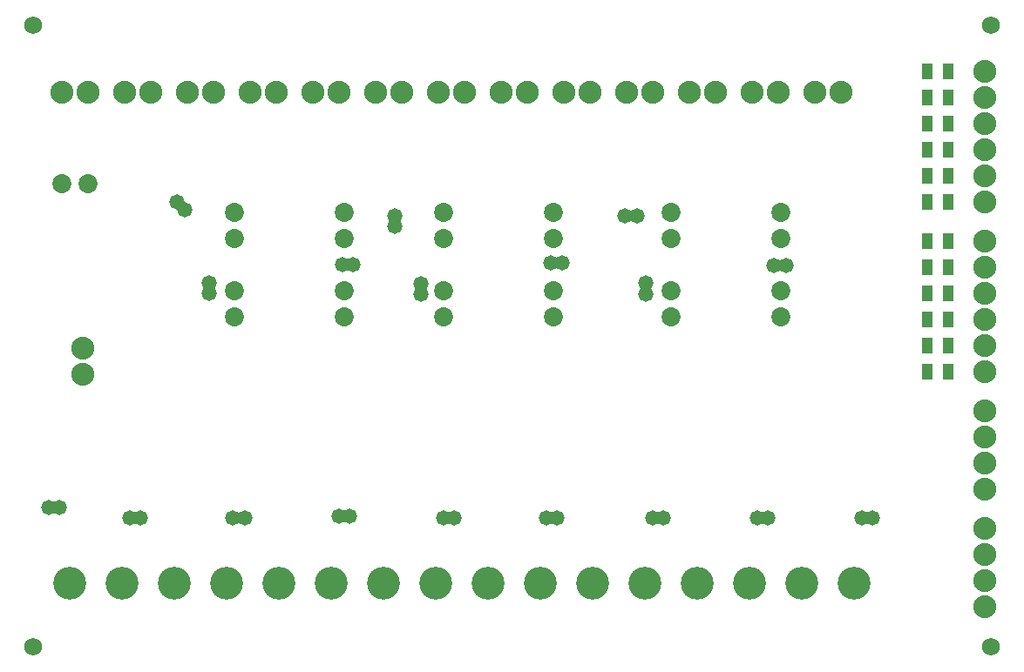
<source format=gbs>
G04 Layer_Color=16711935*
%FSLAX25Y25*%
%MOIN*%
G70*
G01*
G75*
%ADD43R,0.03950X0.06312*%
%ADD46C,0.07300*%
%ADD47C,0.08800*%
%ADD48C,0.12611*%
%ADD49C,0.06800*%
%ADD50C,0.05800*%
D43*
X460000Y447000D02*
D03*
X468000D02*
D03*
X460000Y437000D02*
D03*
X468000D02*
D03*
X460000Y427000D02*
D03*
X468000D02*
D03*
X460000Y417000D02*
D03*
X468000D02*
D03*
X460000Y407000D02*
D03*
X468000D02*
D03*
X460000Y397000D02*
D03*
X468000D02*
D03*
X460000Y382000D02*
D03*
X468000D02*
D03*
X460000Y372000D02*
D03*
X468000D02*
D03*
X460000Y362000D02*
D03*
X468000D02*
D03*
X460000Y352000D02*
D03*
X468000D02*
D03*
X460000Y342000D02*
D03*
X468000D02*
D03*
X460000Y332000D02*
D03*
X468000D02*
D03*
D46*
X403949Y383000D02*
D03*
Y393000D02*
D03*
Y363000D02*
D03*
Y353000D02*
D03*
X361949Y363000D02*
D03*
Y353000D02*
D03*
Y383000D02*
D03*
Y393000D02*
D03*
X316949Y383000D02*
D03*
Y393000D02*
D03*
Y363000D02*
D03*
Y353000D02*
D03*
X274949Y363000D02*
D03*
Y353000D02*
D03*
Y383000D02*
D03*
Y393000D02*
D03*
X139000Y404000D02*
D03*
X129000D02*
D03*
X236949Y383000D02*
D03*
Y393000D02*
D03*
Y363000D02*
D03*
Y353000D02*
D03*
X194949Y383000D02*
D03*
Y393000D02*
D03*
Y363000D02*
D03*
Y353000D02*
D03*
D47*
X139000Y439000D02*
D03*
X129000D02*
D03*
X163000D02*
D03*
X153000D02*
D03*
X187000D02*
D03*
X177000D02*
D03*
X211000D02*
D03*
X201000D02*
D03*
X235000D02*
D03*
X225000D02*
D03*
X259000D02*
D03*
X249000D02*
D03*
X283000D02*
D03*
X273000D02*
D03*
X307000D02*
D03*
X297000D02*
D03*
X331000D02*
D03*
X321000D02*
D03*
X355000D02*
D03*
X345000D02*
D03*
X379000D02*
D03*
X369000D02*
D03*
X403000D02*
D03*
X393000D02*
D03*
X427000D02*
D03*
X417000D02*
D03*
X482000Y397000D02*
D03*
Y427000D02*
D03*
Y407000D02*
D03*
Y417000D02*
D03*
Y437000D02*
D03*
Y447000D02*
D03*
Y332000D02*
D03*
Y362000D02*
D03*
Y342000D02*
D03*
Y352000D02*
D03*
Y372000D02*
D03*
Y382000D02*
D03*
X137000Y341000D02*
D03*
Y331000D02*
D03*
X482000Y317000D02*
D03*
Y307000D02*
D03*
Y297000D02*
D03*
Y287000D02*
D03*
Y242000D02*
D03*
Y252000D02*
D03*
Y272000D02*
D03*
Y262000D02*
D03*
D48*
X132000Y251000D02*
D03*
X152000D02*
D03*
X172000D02*
D03*
X192000D02*
D03*
X212000D02*
D03*
X232000D02*
D03*
X252000D02*
D03*
X272000D02*
D03*
X292000D02*
D03*
X312000D02*
D03*
X332000D02*
D03*
X352000D02*
D03*
X372000D02*
D03*
X392000D02*
D03*
X412000D02*
D03*
X432000D02*
D03*
D49*
X484252Y464567D02*
D03*
Y226378D02*
D03*
X118110D02*
D03*
Y464567D02*
D03*
D50*
X236500Y373000D02*
D03*
X185500Y366000D02*
D03*
X176000Y394000D02*
D03*
X256500Y391500D02*
D03*
X266500Y365500D02*
D03*
X316000Y373500D02*
D03*
X344500Y391500D02*
D03*
X349000D02*
D03*
X320500Y373500D02*
D03*
X256500Y387500D02*
D03*
X266500Y361500D02*
D03*
X240500Y373000D02*
D03*
X185500Y362000D02*
D03*
X173000Y397000D02*
D03*
X352500Y366000D02*
D03*
Y361500D02*
D03*
X401500Y372500D02*
D03*
X406000D02*
D03*
X395000Y276000D02*
D03*
X399000D02*
D03*
X355000D02*
D03*
X359000D02*
D03*
X314500D02*
D03*
X318500D02*
D03*
X275000D02*
D03*
X235000Y276500D02*
D03*
X239000D02*
D03*
X194500Y276000D02*
D03*
X199000D02*
D03*
X155000D02*
D03*
X159000D02*
D03*
X128000Y280000D02*
D03*
X124000D02*
D03*
X435000Y276000D02*
D03*
X439000D02*
D03*
X279000D02*
D03*
M02*

</source>
